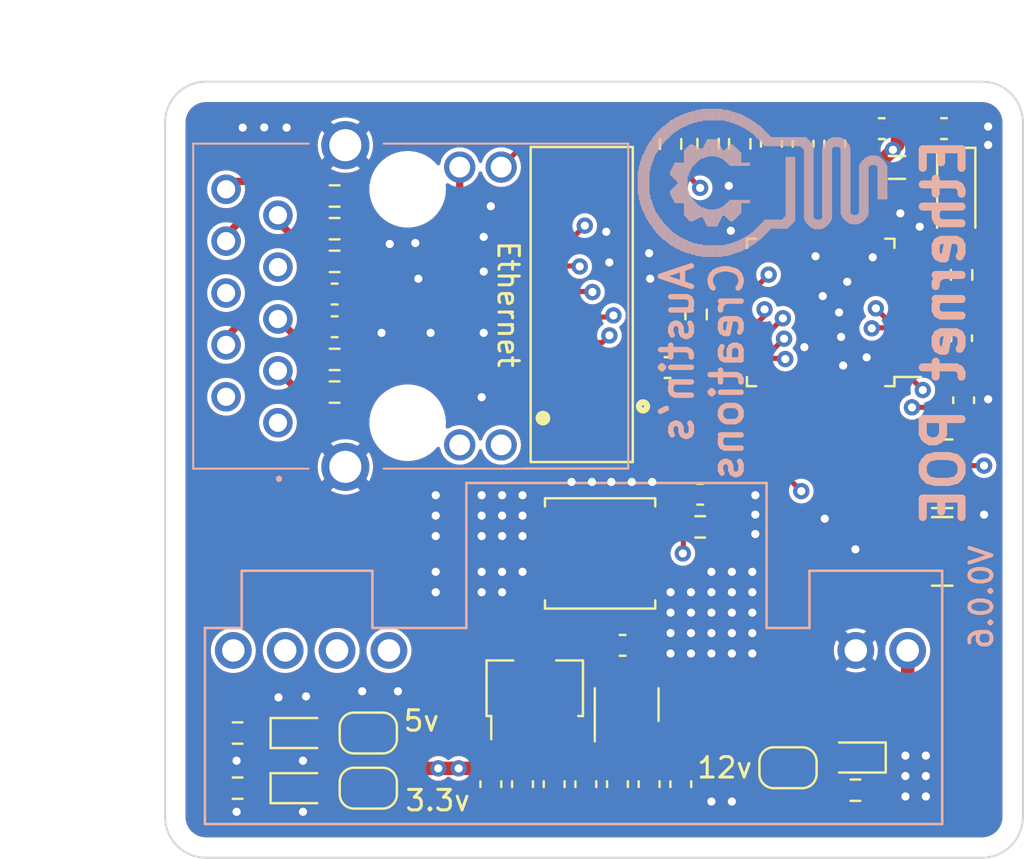
<source format=kicad_pcb>
(kicad_pcb (version 20221018) (generator pcbnew)
  (layers (0 "F.Cu" signal) (1 "In1.Cu" signal) (2 "In2.Cu" signal) (31 "B.Cu" signal) (34 "B.Paste" user) (35 "F.Paste" user) (36 "B.SilkS" user "B.Silkscreen") (37 "F.SilkS" user "F.Silkscreen") (38 "B.Mask" user) (39 "F.Mask" user) (44 "Edge.Cuts" user))
  (net 0 "")
  (net 1 "GND")
  (net 2 "+12V")
  (net 3 "Net-(C2-Pad2)")
  (net 4 "+3.3V")
  (net 5 "+3.3VA")
  (net 6 "Net-(D1-Pad1)")
  (net 7 "Net-(D3-Pad1)")
  (net 8 "+5V")
  (net 9 "Net-(D1-Pad2)")
  (net 10 "Net-(D2-Pad2)")
  (net 11 "Net-(D3-Pad2)")
  (net 13 "IO25_RST")
  (net 14 "IO27_SDO")
  (net 15 "IO26_CS")
  (net 16 "IO32_SCK")
  (net 17 "IO33_SDI")
  (net 18 "Net-(RN1-Pad7)")
  (net 19 "Net-(RN1-Pad8)")
  (net 20 "Net-(RN1-Pad6)")
  (net 21 "Net-(RN1-Pad5)")
  (net 22 "Net-(RN2-Pad1)")
  (net 23 "Net-(RN2-Pad3)")
  (net 24 "Net-(RN2-Pad2)")
  (net 25 "Net-(RN2-Pad4)")
  (net 26 "Net-(R2-Pad1)")
  (net 27 "Net-(R3-Pad2)")
  (net 28 "Net-(R4-Pad2)")
  (net 29 "Net-(R5-Pad2)")
  (net 30 "Net-(R6-Pad1)")
  (net 31 "Net-(R7-Pad2)")
  (net 32 "Net-(R8-Pad1)")
  (net 33 "Net-(R10-Pad1)")
  (net 34 "Net-(R10-Pad2)")
  (net 35 "Net-(D2-Pad1)")
  (net 36 "VA1")
  (net 37 "VA2")
  (net 38 "VB1")
  (net 39 "VB2")
  (net 40 "Net-(C1-Pad2)")
  (net 41 "Net-(C5-Pad2)")
  (net 42 "Net-(C5-Pad1)")
  (net 43 "Net-(C9-Pad2)")
  (net 44 "Net-(C11-Pad2)")
  (net 45 "Net-(C16-Pad2)")
  (net 46 "Net-(C18-Pad2)")
  (net 47 "Net-(R9-Pad2)")
  (net 48 "Net-(R9-Pad1)")
  (footprint "Resistor_SMD:R_0603_1608Metric" (layer "F.Cu") (at 23.55 54.59375)
    (fp_text reference "R14" hide)
    (fp_text value "4.7k" hide)
  )
  (footprint "Resistor_SMD:R_0603_1608Metric" (layer "F.Cu") (at 44.75 23.05 -90)
    (fp_text reference "R10" hide)
    (fp_text value "470R" hide)
  )
  (footprint "LED_SMD:LED_0603_1608Metric" (layer "F.Cu") (at 26.65 54.59375)
    (fp_text reference "D3" hide)
    (fp_text value "red" hide)
  )
  (footprint "Capacitor_SMD:C_0603_1608Metric" (layer "F.Cu") (at 42.4 47.6 180)
    (fp_text reference "C5" hide)
    (fp_text value "100nF" hide)
  )
  (footprint "Capacitor_Tantalum_SMD:CP_EIA-3216-18_Kemet-A" (layer "F.Cu") (at 58.7375 25.55 -90)
    (fp_text reference "C6" hide)
    (fp_text value "10uF 6.3V A TANT" hide)
  )
  (footprint "LED_SMD:LED_0603_1608Metric" (layer "F.Cu") (at 53.8 53.09375 180)
    (fp_text reference "D1" hide)
    (fp_text value "red" hide)
  )
  (footprint "Capacitor_SMD:C_0603_1608Metric" (layer "F.Cu") (at 28.3 30.4 180)
    (fp_text reference "C18" hide)
    (fp_text value "22nF" hide)
  )
  (footprint "Jumper:SolderJumper-2_P1.3mm_Bridged_RoundedPad1.0x1.5mm" (layer "F.Cu") (at 29.95 51.89375)
    (fp_text reference "JP2" hide)
    (fp_text value "5v")
  )
  (footprint "bare-footprints:8 pin jst 1.25 vertical" (layer "F.Cu") (at 40.4 30.9 -90)
    (fp_text reference "J1" hide)
    (fp_text value "Ethernet")
  )
  (footprint "Capacitor_SMD:C_0603_1608Metric" (layer "F.Cu") (at 58.1375 22.3 180)
    (fp_text reference "C10" hide)
    (fp_text value "100nF" hide)
  )
  (footprint "Resistor_SMD:R_0603_1608Metric" (layer "F.Cu") (at 46 31.4 -90)
    (fp_text reference "R1" hide)
    (fp_text value "1M" hide)
  )
  (footprint "Resistor_SMD:R_0603_1608Metric" (layer "F.Cu") (at 46.5875 23.0365 -90)
    (fp_text reference "R9" hide)
    (fp_text value "470R" hide)
  )
  (footprint "LED_SMD:LED_0603_1608Metric" (layer "F.Cu") (at 26.65 51.89375)
    (fp_text reference "D2" hide)
    (fp_text value "red" hide)
  )
  (footprint "Resistor_SMD:R_0603_1608Metric" (layer "F.Cu") (at 28.3 27.2)
    (fp_text reference "R6" hide)
    (fp_text value "49.9R" hide)
  )
  (footprint "Capacitor_SMD:C_0603_1608Metric" (layer "F.Cu") (at 52.7875 23.0365 -90)
    (fp_text reference "C11" hide)
    (fp_text value "4.7uF" hide)
  )
  (footprint "Capacitor_SMD:C_0603_1608Metric" (layer "F.Cu") (at 51.2375 23.0365 -90)
    (fp_text reference "C14" hide)
    (fp_text value "100nF" hide)
  )
  (footprint "Package_TO_SOT_SMD:SOT-89-3" (layer "F.Cu") (at 38.1 50 90)
    (fp_text reference "U3" hide)
    (fp_text value "LM1117-3.3" hide)
  )
  (footprint "Jumper:SolderJumper-2_P1.3mm_Bridged_RoundedPad1.0x1.5mm" (layer "F.Cu") (at 29.95 54.59375)
    (fp_text reference "JP3" hide)
    (fp_text value "3.3v")
  )
  (footprint "Capacitor_SMD:C_0603_1608Metric" (layer "F.Cu") (at 55.0875 22.3)
    (fp_text reference "C4" hide)
    (fp_text value "100nF" hide)
  )
  (footprint "Package_QFP:LQFP-48_7x7mm_P0.5mm" (layer "F.Cu") (at 52.1 31.3 180)
    (fp_text reference "U2" hide)
    (fp_text value "W5500" hide)
  )
  (footprint "Inductor_SMD:L_Sunlord_SWPA5040S" (layer "F.Cu") (at 41.3 43.1 180)
    (fp_text reference "L2" hide)
    (fp_text value "4.7uH 3A" hide)
  )
  (footprint "Capacitor_SMD:C_0603_1608Metric" (layer "F.Cu") (at 28.3 32 180)
    (fp_text reference "C16" hide)
    (fp_text value "10nF" hide)
  )
  (footprint "Resistor_SMD:R_0603_1608Metric" (layer "F.Cu") (at 28.3 33.6 180)
    (fp_text reference "R5" hide)
    (fp_text value "49.9R" hide)
  )
  (footprint "Capacitor_SMD:C_0603_1608Metric" (layer "F.Cu") (at 45.25 54.4 90)
    (fp_text reference "C3" hide)
    (fp_text value "10uF" hide)
  )
  (footprint "Resistor_SMD:R_0603_1608Metric" (layer "F.Cu") (at 59 29.4635 90)
    (fp_text reference "R4" hide)
    (fp_text value "12.4k" hide)
  )
  (footprint "Capacitor_SMD:C_0603_1608Metric" (layer "F.Cu") (at 43.7 54.4 90)
    (fp_text reference "C12" hide)
    (fp_text value "22uF" hide)
  )
  (footprint "Capacitor_SMD:C_0603_1608Metric" (layer "F.Cu") (at 49.6875 23.0365 -90)
    (fp_text reference "C9" hide)
    (fp_text value "10nF" hide)
  )
  (footprint "Capacitor_SMD:C_0603_1608Metric" (layer "F.Cu") (at 42.15 54.4 90)
    (fp_text reference "C8" hide)
    (fp_text value "22uF" hide)
  )
  (footprint "Resistor_SMD:R_Array_Convex_4x0603" (layer "F.Cu") (at 58.05 39.2 180)
    (fp_text reference "RN1" hide)
    (fp_text value "10k" hide)
  )
  (footprint "Inductor_SMD:L_0805_2012Metric" (layer "F.Cu") (at 55.8375 24.2)
    (fp_text reference "L1" hide)
    (fp_text value "1uH 250mA 0805" hide)
  )
  (footprint "Austins creations:25MHz_SMD_Crystal_Resonator" (layer "F.Cu") (at 45.3 37.1 -90)
    (fp_text reference "Y1" hide)
    (fp_text value "25MHz_SMD_Crystal_Resonator" hide)
  )
  (footprint "Resistor_SMD:R_0603_1608Metric" (layer "F.Cu") (at 28.3 28.8)
    (fp_text reference "R11" hide)
    (fp_text value "10R" hide)
  )
  (footprint "Capacitor_SMD:C_0603_1608Metric" (layer "F.Cu") (at 59 32.5635 -90)
    (fp_text reference "C13" hide)
    (fp_text value "100nF" hide)
  )
  (footprint "Capacitor_SMD:C_0603_1608Metric" (layer "F.Cu") (at 39.05 54.4 -90)
    (fp_text reference "C17" hide)
    (fp_text value "100nF" hide)
  )
  (footprint "Capacitor_SMD:C_0603_1608Metric" (layer "F.Cu") (at 35.95 54.4 -90)
    (fp_text reference "C20" hide)
    (fp_text value "100nF" hide)
  )
  (footprint "Resistor_SMD:R_Array_Convex_4x0603" (layer "F.Cu") (at 58.05 43)
    (fp_text reference "RN2" hide)
    (fp_text value "10k" hide)
  )
  (footprint "Jumper:SolderJumper-2_P1.3mm_Bridged_RoundedPad1.0x1.5mm" (layer "F.Cu") (at 50.5 53.59375 180)
    (fp_text reference "JP1" hide)
    (fp_text value "12v")
  )
  (footprint "Capacitor_SMD:C_0603_1608Metric" (layer "F.Cu") (at 37.5 54.4 90)
    (fp_text reference "C19" hide)
    (fp_text value "10uF" hide)
  )
  (footprint "Resistor_SMD:R_0603_1608Metric" (layer "F.Cu") (at 28.3 25.6)
    (fp_text reference "R8" hide)
    (fp_text value "49.9R" hide)
  )
  (footprint "Capacitor_SMD:C_0603_1608Metric" (layer "F.Cu") (at 59.1 35.6 90)
    (fp_text reference "C7" hide)
    (fp_text value "10nF" hide)
  )
  (footprint "Capacitor_SMD:C_0603_1608Metric" (layer "F.Cu") (at 46.2 40.2)
    (fp_text reference "C2" hide)
    (fp_text value "20pF" hide)
  )
  (footprint "Resistor_SMD:R_0603_1608Metric" (layer "F.Cu") (at 46.2 41.8 180)
    (fp_text reference "R2" hide)
    (fp_text value "10k" hide)
  )
  (footprint "Resistor_SMD:R_0603_1608Metric" (layer "F.Cu") (at 53.8 54.69375 180)
    (fp_text reference "R12" hide)
    (fp_text value "10k" hide)
  )
  (footprint "Capacitor_SMD:C_0603_1608Metric" (layer "F.Cu") (at 44.6 34 180)
    (fp_text reference "C1" hide)
    (fp_text value "20pF" hide)
  )
  (footprint "Resistor_SMD:R_0603_1608Metric" (layer "F.Cu") (at 23.55 51.89375)
    (fp_text reference "R13" hide)
    (fp_text value "4.7k" hide)
  )
  (footprint "Resistor_SMD:R_0603_1608Metric" (layer "F.Cu") (at 48.1375 23.05 -90)
    (fp_text reference "R3" hide)
    (fp_text value "10k" hide)
  )
  (footprint "Package_TO_SOT_SMD:TSOT-23-6" (layer "F.Cu") (at 42.6 50.5 90)
    (fp_text reference "U1" hide)
    (fp_text value "AP63205WU" hide)
  )
  (footprint "Resistor_SMD:R_0603_1608Metric" (layer "F.Cu") (at 28.3 35.2 180)
    (fp_text reference "R7" hide)
    (fp_text value "49.9R" hide)
  )
  (footprint "Capacitor_SMD:C_0603_1608Metric" (layer "F.Cu") (at 40.6 54.4 90)
    (fp_text reference "C15" hide)
    (fp_text value "10uF" hide)
  )
  (footprint "Austins creations:ARJM11D7114ABEW2" (layer "B.Cu") (at 32 31 -90)
    (fp_text reference "RJ45-1" hide)
    (fp_text value "ARJM11D7114ABEW2" hide)
  )
  (footprint "Austins creations:DP1435" (layer "B.Cu") (at 40 48)
    (fp_text reference "POE1" hide)
    (fp_text value "DP1435" hide)
  )
  (footprint "logos:Creations logo med" (layer "B.Cu") (at 46.8 25 -90)
    (fp_text reference "LOGO1" hide)
    (fp_text value "Creations_logo_med" hide)
  )
  (gr_arc (start 20 22) (mid 20.585786 20.585786) (end 22 20) (stroke (width 0.1)) (layer "Edge.Cuts"))
  (gr_arc (start 22 58) (mid 20.585786 57.414214) (end 20 56) (stroke (width 0.1)) (layer "Edge.Cuts"))
  (gr_line (start 20 22) (end 20 56) (stroke (width 0.1)) (layer "Edge.Cuts"))
  (gr_arc (start 60 20) (mid 61.414214 20.585786) (end 62 22) (stroke (width 0.1)) (layer "Edge.Cuts"))
  (gr_line (start 22 58) (end 60 58) (stroke (width 0.1)) (layer "Edge.Cuts"))
  (gr_line (start 60 20) (end 22 20) (stroke (width 0.1)) (layer "Edge.Cuts"))
  (gr_line (start 62 56) (end 62 22) (stroke (width 0.1)) (layer "Edge.Cuts"))
  (gr_arc (start 62 56) (mid 61.414214 57.414214) (end 60 58) (stroke (width 0.1)) (layer "Edge.Cuts"))
  (gr_text "Austin's\nCreations" (at 48.4 28.7 90) (layer "B.SilkS") (effects (font (size 1.5113 1.5113) (thickness 0.2667)) (justify left bottom mirror)))
  (gr_text "V0.0.6" (at 60.6 42.6 90) (layer "B.SilkS") (effects (font (size 1.0795 1.0795) (thickness 0.1905)) (justify left bottom mirror)))
  (gr_text "Ethernet POE" (at 59.25 22.6 90) (layer "B.SilkS") (effects (font (size 1.9 1.9) (thickness 0.395)) (justify left bottom mirror)))
  (via (at 29.65 49.85) (size 0.8) (drill 0.4) (layers "F.Cu" "B.Cu") (net 1))
  (via (at 43.85 39.6) (size 0.8) (drill 0.4) (layers "F.Cu" "B.Cu") (net 1))
  (via (at 60.3 35.55) (size 0.8) (drill 0.4) (layers "F.Cu" "B.Cu") (net 1))
  (via (at 44.75 47) (size 0.8) (drill 0.4) (layers "F.Cu" "B.Cu") (net 1))
  (via (at 56.25 55) (size 0.8) (drill 0.4) (layers "F.Cu" "B.Cu") (net 1))
  (via (at 46.75 48) (size 0.8) (drill 0.4) (layers "F.Cu" "B.Cu") (net 1))
  (via (at 56.25 54) (size 0.8) (drill 0.4) (layers "F.Cu" "B.Cu") (net 1))
  (via (at 53.8 42.9) (size 0.8) (drill 0.4) (layers "F.Cu" "B.Cu") (net 1))
  (via (at 47.75 48) (size 0.8) (drill 0.4) (layers "F.Cu" "B.Cu") (net 1))
  (via (at 43.7 28.4) (size 0.8) (drill 0.4) (layers "F.Cu" "B.Cu") (net 1))
  (via (at 35.5 40.25) (size 0.8) (drill 0.4) (layers "F.Cu" "B.Cu") (net 1))
  (via (at 31.4 49.85) (size 0.8) (drill 0.4) (layers "F.Cu" "B.Cu") (net 1))
  (via (at 48.75 47) (size 0.8) (drill 0.4) (layers "F.Cu" "B.Cu") (net 1))
  (via (at 23.8 22.25) (size 0.8) (drill 0.4) (layers "F.Cu" "B.Cu") (net 1))
  (via (at 37.5 44) (size 0.8) (drill 0.4) (layers "F.Cu" "B.Cu") (net 1))
  (via (at 60.3 22.2) (size 0.8) (drill 0.4) (layers "F.Cu" "B.Cu") (net 1))
  (via (at 45.75 45) (size 0.8) (drill 0.4) (layers "F.Cu" "B.Cu") (net 1))
  (via (at 31 27.95) (size 0.8) (drill 0.4) (layers "F.Cu" "B.Cu") (net 1))
  (via (at 37.5 41.25) (size 0.8) (drill 0.4) (layers "F.Cu" "B.Cu") (net 1))
  (via (at 36.5 40.25) (size 0.8) (drill 0.4) (layers "F.Cu" "B.Cu") (net 1))
  (via (at 56.25 53) (size 0.8) (drill 0.4) (layers "F.Cu" "B.Cu") (net 1))
  (via (at 23.5 55.75) (size 0.8) (drill 0.4) (layers "F.Cu" "B.Cu") (net 1))
  (via (at 41.6 27.35) (size 0.8) (drill 0.4) (layers "F.Cu" "B.Cu") (net 1))
  (via (at 26.75 53.25) (size 0.8) (drill 0.4) (layers "F.Cu" "B.Cu") (net 1))
  (via (at 46.75 47) (size 0.8) (drill 0.4) (layers "F.Cu" "B.Cu") (net 1))
  (via (at 40.9 39.6) (size 0.8) (drill 0.4) (layers "F.Cu" "B.Cu") (net 1))
  (via (at 48.75 44) (size 0.8) (drill 0.4) (layers "F.Cu" "B.Cu") (net 1))
  (via (at 60.3 23.1) (size 0.8) (drill 0.4) (layers "F.Cu" "B.Cu") (net 1))
  (via (at 48.75 48) (size 0.8) (drill 0.4) (layers "F.Cu" "B.Cu") (net 1))
  (via (at 25.95 22.25) (size 0.8) (drill 0.4) (layers "F.Cu" "B.Cu") (net 1))
  (via (at 46.75 45) (size 0.8) (drill 0.4) (layers "F.Cu" "B.Cu") (net 1))
  (via (at 35.6 29.3) (size 0.8) (drill 0.4) (layers "F.Cu" "B.Cu") (net 1))
  (via (at 57.25 55) (size 0.8) (drill 0.4) (layers "F.Cu" "B.Cu") (net 1))
  (via (at 54.65 28.6) (size 0.8) (drill 0.4) (layers "F.Cu" "B.Cu") (net 1))
  (via (at 32.4 29.65) (size 0.8) (drill 0.4) (layers "F.Cu" "B.Cu") (net 1))
  (via (at 44.75 46) (size 0.8) (drill 0.4) (layers "F.Cu" "B.Cu") (net 1))
  (via (at 57.25 54) (size 0.8) (drill 0.4) (layers "F.Cu" "B.Cu") (net 1))
  (via (at 41.85 39.6) (size 0.8) (drill 0.4) (layers "F.Cu" "B.Cu") (net 1))
  (via (at 35.5 41.25) (size 0.8) (drill 0.4) (layers "F.Cu" "B.Cu") (net 1))
  (via (at 35.5 42.25) (size 0.8) (drill 0.4) (layers "F.Cu" "B.Cu") (net 1))
  (via (at 43.75 29.65) (size 0.8) (drill 0.4) (layers "F.Cu" "B.Cu") (net 1))
  (via (at 35.6 27.6) (size 0.8) (drill 0.4) (layers "F.Cu" "B.Cu") (net 1))
  (via (at 35.5 44) (size 0.8) (drill 0.4) (layers "F.Cu" "B.Cu") (net 1))
  (via (at 52.3 41.4) (size 0.8) (drill 0.4) (layers "F.Cu" "B.Cu") (net 1))
  (via (at 33.25 44) (size 0.8) (drill 0.4) (layers "F.Cu" "B.Cu") (net 1))
  (via (at 36.5 45) (size 0.8) (drill 0.4) (layers "F.Cu" "B.Cu") (net 1))
  (via (at 47.75 47) (size 0.8) (drill 0.4) (layers "F.Cu" "B.Cu") (net 1))
  (via (at 33.25 41.25) (size 0.8) (drill 0.4) (layers "F.Cu" "B.Cu") (net 1))
  (via (at 46.75 44) (size 0.8) (drill 0.4) (layers "F.Cu" "B.Cu") (net 1))
  (via (at 53 31.3) (size 0.8) (drill 0.4) (layers "F.Cu" "B.Cu") (net 1))
  (via (at 53.4 29.8) (size 0.8) (drill 0.4) (layers "F.Cu" "B.Cu") (net 1))
  (via (at 47.75 55.25) (size 0.8) (drill 0.4) (layers "F.Cu" "B.Cu") (net 1))
  (via (at 51.3 33) (size 0.8) (drill 0.4) (layers "F.Cu" "B.Cu") (net 1))
  (via (at 23.5 53.25) (size 0.8) (drill 0.4) (layers "F.Cu" "B.Cu") (net 1))
  (via (at 48.9 41.2) (size 0.8) (drill 0.4) (layers "F.Cu" "B.Cu") (net 1))
  (via (at 57.25 53) (size 0.8) (drill 0.4) (layers "F.Cu" "B.Cu") (net 1))
  (via (at 33.25 40.25) (size 0.8) (drill 0.4) (layers "F.Cu" "B.Cu") (net 1))
  (via (at 60.1 41.2) (size 0.8) (drill 0.4) (layers "F.Cu" "B.Cu") (net 1))
  (via (at 56 26.45) (size 0.8) (drill 0.4) (layers "F.Cu" "B.Cu") (net 1))
  (via (at 48.9 42.15) (size 0.8) (drill 0.4) (layers "F.Cu" "B.Cu") (net 1))
  (via (at 25.55 50.15) (size 0.8) (drill 0.4) (layers "F.Cu" "B.Cu") (net 1))
  (via (at 47.75 44) (size 0.8) (drill 0.4) (layers "F.Cu" "B.Cu") (net 1))
  (via (at 39.9 39.6) (size 0.8) (drill 0.4) (layers "F.Cu" "B.Cu") (net 1))
  (via (at 37.5 42.25) (size 0.8) (drill 0.4) (layers "F.Cu" "B.Cu") (net 1))
  (via (at 48.75 46) (size 0.8) (drill 0.4) (layers "F.Cu" "B.Cu") (net 1))
  (via (at 54.35 33.5) (size 0.8) (drill 0.4) (layers "F.Cu" "B.Cu") (net 1))
  (via (at 44.75 48) (size 0.8) (drill 0.4) (layers "F.Cu" "B.Cu") (net 1))
  (via (at 30.6 32.3) (size 0.8) (drill 0.4) (layers "F.Cu" "B.Cu") (net 1))
  (via (at 53.1 32.5) (size 0.8) (drill 0.4) (layers "F.Cu" "B.Cu") (net 1))
  (via (at 48.9 40.25) (size 0.8) (drill 0.4) (layers "F.Cu" "B.Cu") (net 1))
  (via (at 47.6011 25.1) (size 0.8) (drill 0.4) (layers "F.Cu" "B.Cu") (net 1))
  (via (at 46.75 55.25) (size 0.8) (drill 0.4) (layers "F.Cu" "B.Cu") (net 1))
  (via (at 47.75 46) (size 0.8) (drill 0.4) (layers "F.Cu" "B.Cu") (net 1))
  (via (at 35.5 45) (size 0.8) (drill 0.4) (layers "F.Cu" "B.Cu") (net 1))
  (via (at 36.5 44) (size 0.8) (drill 0.4) (layers "F.Cu" "B.Cu") (net 1))
  (via (at 47.7 27.3) (size 0.8) (drill 0.4) (layers "F.Cu" "B.Cu") (net 1))
  (via (at 46.75 46) (size 0.8) (drill 0.4) (layers "F.Cu" "B.Cu") (net 1))
  (via (at 26.75 55.75) (size 0.8) (drill 0.4) (layers "F.Cu" "B.Cu") (net 1))
  (via (at 51.85 28.55) (size 0.8) (drill 0.4) (layers "F.Cu" "B.Cu") (net 1))
  (via (at 45.75 46) (size 0.8) (drill 0.4) (layers "F.Cu" "B.Cu") (net 1))
  (via (at 45.75 47) (size 0.8) (drill 0.4) (layers "F.Cu" "B.Cu") (net 1))
  (via (at 35.5 35.45) (size 0.8) (drill 0.4) (layers "F.Cu" "B.Cu") (net 1))
  (via (at 48.75 45) (size 0.8) (drill 0.4) (layers "F.Cu" "B.Cu") (net 1))
  (via (at 36.5 41.25) (size 0.8) (drill 0.4) (layers "F.Cu" "B.Cu") (net 1))
  (via (at 42.85 39.6) (size 0.8) (drill 0.4) (layers "F.Cu" "B.Cu") (net 1))
  (via (at 47.75 45) (size 0.8) (drill 0.4) (layers "F.Cu" "B.Cu") (net 1))
  (via (at 45.75 48) (size 0.8) (drill 0.4) (layers "F.Cu" "B.Cu") (net 1))
  (via (at 41.75 28.85) (size 0.8) (drill 0.4) (layers "F.Cu" "B.Cu") (net 1))
  (via (at 33.25 42.25) (size 0.8) (drill 0.4) (layers "F.Cu" "B.Cu") (net 1))
  (via (at 37.5 40.25) (size 0.8) (drill 0.4) (layers "F.Cu" "B.Cu") (net 1))
  (via (at 44.75 45) (size 0.8) (drill 0.4) (layers "F.Cu" "B.Cu") (net 1))
  (via (at 32.25 27.9) (size 0.8) (drill 0.4) (layers "F.Cu" "B.Cu") (net 1))
  (via (at 52.2 30.5) (size 0.8) (drill 0.4) (layers "F.Cu" "B.Cu") (net 1))
  (via (at 53.2 33.9) (size 0.8) (drill 0.4) (layers "F.Cu" "B.Cu") (net 1))
  (via (at 56.95 27.1) (size 0.8) (drill 0.4) (layers "F.Cu" "B.Cu") (net 1))
  (via (at 35.6 32.3) (size 0.8) (drill 0.4) (layers "F.Cu" "B.Cu") (net 1))
  (via (at 35.95 26.1) (size 0.8) (drill 0.4) (layers "F.Cu" "B.Cu") (net 1))
  (via (at 24.853231 22.239921) (size 0.8) (drill 0.4) (layers "F.Cu" "B.Cu") (net 1))
  (via (at 33.25 45) (size 0.8) (drill 0.4) (layers "F.Cu" "B.Cu") (net 1))
  (via (at 26.9 50.1) (size 0.8) (drill 0.4) (layers "F.Cu" "B.Cu") (net 1))
  (via (at 33 32.3) (size 0.8) (drill 0.4) (layers "F.Cu" "B.Cu") (net 1))
  (via (at 36.5 42.25) (size 0.8) (drill 0.4) (layers "F.Cu" "B.Cu") (net 1))
  (segment (start 56.36 49.64) (end 56.36 47.85) (width 0.6604) (layer "F.Cu") (net 2))
  (segment (start 49.81875 53.625) (end 49.85 53.59375) (width 0.6604) (layer "F.Cu") (net 2))
  (segment (start 55 51) (end 56.36 49.64) (width 0.6604) (layer "F.Cu") (net 2))
  (segment (start 42.6 51.6375) (end 43.55 51.6375) (width 0.6604) (layer "F.Cu") (net 2))
  (segment (start 43.55 51.6375) (end 43.55 51.925) (width 0.6604) (layer "F.Cu") (net 2))
  (segment (start 51 51) (end 55 51) (width 0.6604) (layer "F.Cu") (net 2))
  (segment (start 49.85 53.59375) (end 49.85 52.15) (width 0.6604) (layer "F.Cu") (net 2))
  (segment (start 43.55 51.925) (end 45.25 53.625) (width 0.6604) (layer "F.Cu") (net 2))
  (segment (start 49.85 52.15) (end 51 51) (width 0.6604) (layer "F.Cu") (net 2))
  (segment (start 45.25 53.625) (end 49.81875 53.625) (width 0.6604) (layer "F.Cu") (net 2))
  (segment (start 47.3 37.4) (end 47.3 35) (width 0.25) (layer "F.Cu") (net 3))
  (segment (start 46.975 39.05) (end 46.175 38.25) (width 0.25) (layer "F.Cu") (net 3))
  (segment (start 47.9375 31.55) (end 46.675 31.55) (width 0.25) (layer "F.Cu") (net 3))
  (segment (start 46.45 38.25) (end 47.3 37.4) (width 0.25) (layer "F.Cu") (net 3))
  (segment (start 46.175 38.25) (end 46.45 38.25) (width 0.25) (layer "F.Cu") (net 3))
  (segment (start 46.6 32.825) (end 46 32.225) (width 0.25) (layer "F.Cu") (net 3))
  (segment (start 47.3 35) (end 46.6 34.3) (width 0.25) (layer "F.Cu") (net 3))
  (segment (start 46.975 40.2) (end 46.975 39.05) (width 0.25) (layer "F.Cu") (net 3))
  (segment (start 46.6 34.3) (end 46.6 32.825) (width 0.25) (layer "F.Cu") (net 3))
  (segment (start 46.675 31.55) (end 46 32.225) (width 0.25) (layer "F.Cu") (net 3))
  (segment (start 47.9375 30.05) (end 48.95 30.05) (width 0.25) (layer "F.Cu") (net 4))
  (segment (start 35.95 53.625) (end 37.5 53.625) (width 0.6604) (layer "F.Cu") (net 4))
  (segment (start 48.95 30.05) (end 49.55 29.45) (width 0.25) (layer "F.Cu") (net 4))
  (segment (start 38.1 51.5625) (end 38.1 53.025) (width 0.6604) (layer "F.Cu") (net 4))
  (segment (start 55.8625 23.1125) (end 55.8625 22.3) (width 0.6604) (layer "F.Cu") (net 4))
  (segment (start 54.775 24.2) (end 55.6375 23.3375) (width 0.6604) (layer "F.Cu") (net 4))
  (segment (start 55.6375 23.3375) (end 55.8625 23.1125) (width 0.6604) (layer "F.Cu") (net 4))
  (segment (start 29.125 28.8) (end 32.8 28.8) (width 0.3556) (layer "F.Cu") (net 4))
  (segment (start 38.1 53.025) (end 37.5 53.625) (width 0.6604) (layer "F.Cu") (net 4))
  (segment (start 32.8 28.8) (end 34.425 27.175) (width 0.3556) (layer "F.Cu") (net 4))
  (segment (start 45.35 43.1) (end 45.375 43.075) (width 0.25) (layer "F.Cu") (net 4))
  (segment (start 45.375 43.075) (end 45.375 41.8) (width 0.25) (layer "F.Cu") (net 4))
  (segment (start 58.95 38.8) (end 58.95 39.6) (width 0.25) (layer "F.Cu") (net 4))
  (segment (start 34.375 53.625) (end 33.375 53.625) (width 0.6604) (layer "F.Cu") (net 4))
  (segment (start 33.375 53.625) (end 31.56875 53.625) (width 0.6604) (layer "F.Cu") (net 4))
  (segment (start 34.425 27.175) (end 34.425 24.185) (width 0.3556) (layer "F.Cu") (net 4))
  (segment (start 58.95 38) (end 58.95 38.8) (width 0.25) (layer "F.Cu") (net 4))
  (segment (start 35.95 53.625) (end 34.375 53.625) (width 0.6604) (layer "F.Cu") (net 4))
  (segment (start 29.125 25.6) (end 29.125 28.8) (width 0.3556) (layer "F.Cu") (net 4))
  (segment (start 58.95 38.8) (end 60.1 38.8) (width 0.25) (layer "F.Cu") (net 4))
  (segment (start 31.56875 53.625) (end 30.6 54.59375) (width 0.6604) (layer "F.Cu") (net 4))
  (via (at 55.6375 23.3375) (size 0.8) (drill 0.4) (layers "F.Cu" "B.Cu") (net 4))
  (via (at 60.1 38.8) (size 0.8) (drill 0.4) (layers "F.Cu" "B.Cu") (net 4))
  (via (at 34.375 53.625) (size 0.8) (drill 0.4) (layers "F.Cu" "B.Cu") (net 4))
  (via (at 33.375 53.625) (size 0.8) (drill 0.4) (layers "F.Cu" "B.Cu") (net 4))
  (via (at 45.35 43.1) (size 0.8) (drill 0.4) (layers "F.Cu" "B.Cu") (net 4))
  (via (at 49.55 29.45) (size 0.8) (drill 0.4) (layers "F.Cu" "B.Cu") (net 4))
  (segment (start 53.35 25.75) (end 52.85 26.25) (width 0.254) (layer "F.Cu") (net 5))
  (segment (start 55.027443 29.4) (end 54.25 29.4) (width 0.254) (layer "F.Cu") (net 5))
  (segment (start 56.9 24.6375) (end 56.1875 25.35) (width 0.6604) (layer "F.Cu") (net 5))
  (segment (start 57.3625 22.3) (end 57.3625 23.7375) (width 0.6604) (layer "F.Cu") (net 5))
  (segment (start 50.85 28.8) (end 50.85 27.1375) (width 0.254) (layer "F.Cu") (net 5))
  (segment (start 55.377443 29.05) (end 55.027443 29.4) (width 0.254) (layer "F.Cu") (net 5))
  (segment (start 50.85 27.1375) (end 50.85 24.199) (width 0.254) (layer "F.Cu") (net 5))
  (segment (start 54.25 29.4) (end 53.85 29) (width 0.254) (layer "F.Cu") (net 5))
  (segment (start 56.1875 25.35) (end 53.75 25.35) (width 0.6604) (layer "F.Cu") (net 5))
  (segment (start 56.2625 30.55) (end 57.30944 30.55) (width 0.254) (layer "F.Cu") (net 5))
  (segment (start 58.4385 33.3385) (end 57.75 32.65) (width 0.4064) (layer "F.Cu") (net 5))
  (segment (start 53.35 25.75) (end 53.85 26.25) (width 0.254) (layer "F.Cu") (net 5))
  (segment (start 52.85 26.25) (end 52.85 27.1375) (width 0.254) (layer "F.Cu") (net 5))
  (segment (start 60.3 25.3) (end 59.2 24.2) (width 0.4064) (layer "F.Cu") (net 5))
  (segment (start 57.52972 32.42972) (end 57.52972 30.77028) (width 0.4064) (layer "F.Cu") (net 5))
  (segment (start 59 33.3385) (end 59.7615 33.3385) (width 0.4064) (layer "F.Cu") (net 5))
  (segment (start 59.7615 33.3385) (end 60.3 32.8) (width 0.4064) (layer "F.Cu") (net 5))
  (segment (start 59.2 24.2) (end 58.7375 24.2) (width 0.4064) (layer "F.Cu") (net 5))
  (segment (start 59 33.3385) (end 59 34.725) (width 0.4064) (layer "F.Cu") (net 5))
  (segment (start 57.75 32.65) (end 57.52972 32.42972) (width 0.4064) (layer "F.Cu") (net 5))
  (segment (start 56.9 24.2) (end 56.9 24.6375) (width 0.6604) (layer "F.Cu") (net 5))
  (segment (start 56.9 24.2) (end 58.7375 24.2) (width 0.6604) (layer "F.Cu") (net 5))
  (segment (start 52.85 28.65) (end 52.15 29.35) (width 0.254) (layer "F.Cu") (net 5))
  (segment (start 59 34.725) (end 59.1 34.825) (width 0.4064) (layer "F.Cu") (net 5))
  (segment (start 60.3 32.8) (end 60.3 25.3) (width 0.4064) (layer "F.Cu") (net 5))
  (segment (start 51.4 29.35) (end 50.85 28.8) (width 0.254) (layer "F.Cu") (net 5))
  (segment (start 53.85 26.25) (end 53.85 27.1375) (width 0.254) (layer "F.Cu") (net 5))
  (segment (start 53.75 25.35) (end 53.35 25.75) (width 0.6604) (layer "F.Cu") (net 5))
  (segment (start 53.85 29) (end 53.85 27.1375) (width 0.254) (layer "F.Cu") (net 5))
  (segment (start 52.15 29.35) (end 51.4 29.35) (width 0.254) (layer "F.Cu") (net 5))
  (segment (start 57.30944 30.55) (end 57.52972 30.77028) (width 0.254) (layer "F.Cu") (net 5))
  (segment (start 57.40944 32.55) (end 57.52972 32.42972) (width 0.254) (layer "F.Cu") (net 5))
  (segment (start 57.3625 23.7375) (end 56.9 24.2) (width 0.6604) (layer "F.Cu") (net 5))
  (segment (start 56.2625 29.05) (end 55.377443 29.05) (width 0.254) (layer "F.Cu") (net 5))
  (segment (start 52.85 27.1375) (end 52.85 28.65) (width 0.254) (layer "F.Cu") (net 5))
  (segment (start 56.2625 32.55) (end 57.40944 32.55) (width 0.254) (layer "F.Cu") (net 5))
  (segment (start 50.85 24.199) (end 51.2375 23.8115) (width 0.254) (layer "F.Cu") (net 5))
  (segment (start 59 33.3385) (end 58.4385 33.3385) (width 0.4064) (layer "F.Cu") (net 5))
  (segment (start 54.5875 54.65625) (end 54.625 54.69375) (width 0.508) (layer "F.Cu") (net 6))
  (segment (start 54.5875 53.09375) (end 54.5875 54.65625) (width 0.508) (layer "F.Cu") (net 6))
  (segment (start 24.375 54.59375) (end 25.8625 54.59375) (width 0.508) (layer "F.Cu") (net 7))
  (segment (start 40.6 53.625) (end 40.6 51.675) (width 0.6604) (layer "F.Cu") (net 8))
  (segment (start 42.15 53.625) (end 40.6 53.625) (width 0.6604) (layer "F.Cu") (net 8))
  (segment (start 40.15 51.225) (end 40.6 51.675) (width 0.6604) (layer "F.Cu") (net 8))
  (segment (start 40.6 51.675) (end 40.5625 51.6375) (width 0.6604) (layer "F.Cu") (net 8))
  (segment (start 35.2 50) (end 33.30625 51.89375) (width 0.508) (layer "F.Cu") (net 8))
  (segment (start 41.65 51.6375) (end 40.5625 51.6375) (width 0.6604) (layer "F.Cu") (net 8))
  (segment (start 35.2 47.85) (end 35.2 50) (width 0.508) (layer "F.Cu") (net 8))
  (segment (start 39.45 43.1) (end 40.15 43.8) (width 0.6604) (layer "F.Cu") (net 8))
  (segment (start 39.45 43.6) (end 35.2 47.85) (width 0.508) (layer "F.Cu") (net 8))
  (segment (start 40.5625 51.6375) (end 39.6125 51.6375) (width 0.6604) (layer "F.Cu") (net 8))
  (segment (start 40.15 43.8) (end 40.15 51.225) (width 0.6604) (layer "F.Cu") (net 8))
  (segment (start 39.45 43.1) (end 38.8 42.45) (width 0.8128) (layer "F.Cu") (net 8))
  (segment (start 38.8 42.45) (end 38.8 35.275) (width 0.8128) (layer "F.Cu") (net 8))
  (segment (start 39.05 53.625) (end 40.6 53.625) (width 0.6604) (layer "F.Cu") (net 8))
  (segment (start 33.30625 51.89375) (end 30.6 51.89375) (width 0.508) (layer "F.Cu") (net 8))
  (segment (start 43.7 53.625) (end 42.15 53.625) (width 0.6604) (layer "F.Cu") (net 8))
  (segment (start 39.6125 51.6375) (end 39.6 51.65) (width 0.6604) (layer "F.Cu") (net 8))
  (segment (start 39.45 43.1) (end 39.45 43.6) (width 0.508) (layer "F.Cu") (net 8))
  (segment (start 51.64375 53.1) (end 53.00625 53.1) (width 0.508) (layer "F.Cu") (net 9))
  (segment (start 51.15 53.59375) (end 51.64375 53.1) (width 0.508) (layer "F.Cu") (net 9))
  (segment (start 53.00625 53.1) (end 53.0125 53.09375) (width 0.508) (layer "F.Cu") (net 9))
  (segment (start 27.4375 51.89375) (end 29.3 51.89375) (width 0.508) (layer "F.Cu") (net 10))
  (segment (start 27.4375 54.59375) (end 29.3 54.59375) (width 0.508) (layer "F.Cu") (net 11))
  (segment (start 51.15 40.05) (end 49.4 38.3) (width 0.25) (layer "F.Cu") (net 13))
  (segment (start 49.35 36.283363) (end 49.35 35.4625) (width 0.25) (layer "F.Cu") (net 13))
  (segment (start 49.4 36.333363) (end 49.35 36.283363) (width 0.25) (layer "F.Cu") (net 13))
  (segment (start 49.4 38.3) (end 49.4 36.333363) (width 0.25) (layer "F.Cu") (net 13))
  (segment (start 40.55 27.05) (end 39.825 27.775) (width 0.25) (layer "F.Cu") (net 13))
  (segment (start 39.825 27.775) (end 38.8 27.775) (width 0.25) (layer "F.Cu") (net 13))
  (via (at 40.55 27.05) (size 0.8) (drill 0.4) (layers "F.Cu" "B.Cu") (net 13))
  (via (at 51.15 40.05) (size 0.8) (drill 0.4) (layers "F.Cu" "B.Cu") (net 13))
  (segment (start 49.84152 33.05) (end 47.9375 33.05) (width 0.25) (layer "F.Cu") (net 14))
  (segment (start 40.9245 30.3) (end 40.8995 30.275) (width 0.25) (layer "F.Cu") (net 14))
  (segment (start 40.8995 30.275) (end 38.8 30.275) (width 0.25) (layer "F.Cu") (net 14))
  (segment (start 50.306906 32.584614) (end 49.84152 33.05) (width 0.25) (layer "F.Cu") (net 14))
  (via (at 50.306906 32.584614) (size 0.8) (drill 0.4) (layers "F.Cu" "B.Cu") (net 14))
  (via (at 40.9245 30.3) (size 0.8) (drill 0.4) (layers "F.Cu" "B.Cu") (net 14))
  (segment (start 49.35 31.15) (end 49.35 31.458363) (width 0.25) (layer "F.Cu") (net 15))
  (segment (start 48.758363 32.05) (end 47.9375 32.05) (width 0.25) (layer "F.Cu") (net 15))
  (segment (start 38.8 32.775) (end 41.405997 32.775) (width 0.25) (layer "F.Cu") (net 15))
  (segment (start 41.405997 32.775) (end 41.755497 32.4255) (width 0.25) (layer "F.Cu") (net 15))
  (segment (start 49.35 31.458363) (end 48.758363 32.05) (width 0.25) (layer "F.Cu") (net 15))
  (via (at 41.755497 32.4255) (size 0.8) (drill 0.4) (layers "F.Cu" "B.Cu") (net 15))
  (via (at 49.35 31.15) (size 0.8) (drill 0.4) (layers "F.Cu" "B.Cu") (net 15))
  (segment (start 41.871231 31.525) (end 38.8 31.525) (width 0.25) (layer "F.Cu") (net 16))
  (segment (start 50.249011 31.586789) (end 49.2858 32.55) (width 0.25) (layer "F.Cu") (net 16))
  (segment (start 41.950939 31.445292) (end 41.871231 31.525) (width 0.25) (layer "F.Cu") (net 16))
  (segment (start 49.2858 32.55) (end 47.9375 32.55) (width 0.25) (layer "F.Cu") (net 16))
  (via (at 41.950939 31.445292) (size 0.8) (drill 0.4) (layers "F.Cu" "B.Cu") (net 16))
  (via (at 50.249011 31.586789) (size 0.8) (drill 0.4) (layers "F.Cu" "B.Cu") (net 16))
  (segment (start 40.3 29.05) (end 40.275 29.025) (width 0.25) (layer "F.Cu") (net 17))
  (segment (start 50.366278 33.582352) (end 50.333926 33.55) (width 0.25) (layer "F.Cu") (net 17))
  (segment (start 40.275 29.025) (end 38.8 29.025) (width 0.25) (layer "F.Cu") (net 17))
  (segment (start 50.333926 33.55) (end 47.9375 33.55) (width 0.25) (layer "F.Cu") (net 17))
  (via (at 50.366278 33.582352) (size 0.8) (drill 0.4) (layers "F.Cu" "B.Cu") (net 17))
  (via (at 40.3 29.05) (size 0.8) (drill 0.4) (layers "F.Cu" "B.Cu") (net 17))
  (segment (start 52.35 35.4625) (end 52.35 36.556155) (width 0.25) (layer "F.Cu") (net 18))
  (segment (start 55.393845 39.6) (end 57.15 39.6) (width 0.25) (layer "F.Cu") (net 18))
  (segment (start 52.35 36.556155) (end 55.393845 39.6) (width 0.25) (layer "F.Cu") (net 18))
  (segment (start 51.85 35.4625) (end 51.85 36.692551) (width 0.25) (layer "F.Cu") (net 19))
  (segment (start 51.85 36.692551) (end 55.557449 40.4) (width 0.25) (layer "F.Cu") (net 19))
  (segment (start 55.557449 40.4) (end 57.15 40.4) (width 0.25) (layer "F.Cu") (net 19))
  (segment (start 55.230241 38.8) (end 57.15 38.8) (width 0.25) (layer "F.Cu") (net 20))
  (segment (start 52.85 36.419759) (end 55.230241 38.8) (width 0.25) (layer "F.Cu") (net 20))
  (segment (start 52.85 35.4625) (end 52.85 36.419759) (width 0.25) (layer "F.Cu") (net 20))
  (segment (start 53.35 35.4625) (end 53.35 36.283363) (width 0.25) (layer "F.Cu") (net 21))
  (segment (start 55.066637 38) (end 57.15 38) (width 0.25) (layer "F.Cu") (net 21))
  (segment (start 53.35 36.283363) (end 55.066637 38) (width 0.25) (layer "F.Cu") (net 21))
  (segment (start 51.35 36.828947) (end 56.321053 41.8) (width 0.25) (layer "F.Cu") (net 22))
  (segment (start 56.321053 41.8) (end 57.15 41.8) (width 0.25) (layer "F.Cu") (net 22))
  (segment (start 51.35 35.4625) (end 51.35 36.828947) (width 0.25) (layer "F.Cu") (net 22))
  (segment (start 56.648261 43.4) (end 57.15 43.4) (width 0.25) (layer "F.Cu") (net 23))
  (segment (start 50.35 37.101739) (end 56.648261 43.4) (width 0.25) (layer "F.Cu") (net 23))
  (segment (start 50.35 35.4625) (end 50.35 37.101739) (width 0.25) (layer "F.Cu") (net 23))
  (segment (start 50.85 36.965343) (end 56.484657 42.6) (width 0.25) (layer "F.Cu") (net 24))
  (segment (start 50.85 35.4625) (end 50.85 36.965343) (width 0.25) (layer "F.Cu") (net 24))
  (segment (start 56.484657 42.6) (end 57.15 42.6) (width 0.25) (layer "F.Cu") (net 24))
  (segment (start 56.811865 44.2) (end 57.15 44.2) (width 0.25) (layer "F.Cu") (net 25))
  (segment (start 49.85 35.4625) (end 49.85 37.238135) (width 0.25) (layer "F.Cu") (net 25))
  (segment (start 49.85 37.238135) (end 56.811865 44.2) (width 0.25) (layer "F.Cu") (net 25))
  (segment (start 47.9375 40.8875) (end 47.025 41.8) (width 0.25) (layer "F.Cu") (net 26))
  (segment (start 47.9375 34.05) (end 47.9375 40.8875) (width 0.25) (layer "F.Cu") (net 26))
  (segment (start 49.85 27.1375) (end 49.85 25.5875) (width 0.2032) (layer "F.Cu") (net 27))
  (segment (start 49.85 25.5875) (end 48.1375 23.875) (width 0.2032) (layer "F.Cu") (net 27))
  (segment (start 59 28.6385) (end 58.2115 28.6385) (width 0.254) (layer "F.Cu") (net 28))
  (segment (start 57.3 29.55) (end 56.2625 29.55) (width 0.254) (layer "F.Cu") (net 28))
  (segment (start 58.2115 28.6385) (end 57.3 29.55) (width 0.254) (layer "F.Cu") (net 28))
  (segment (start 56.2625 31.55) (end 55.25 31.55) (width 0.25) (layer "F.Cu") (net 29))
  (segment (start 55.25 31.55) (end 54.8 31.1) (width 0.25) (layer "F.Cu") (net 29))
  (segment (start 27.475 33.57) (end 25.525 31.62) (width 0.3556) (layer "F.Cu") (net 29))
  (segment (start 27.475 33.6) (end 27.475 33.57) (width 0.3556) (layer "F.Cu") (net 29))
  (via (at 54.8 31.1) (size 0.8) (drill 0.4) (layers "F.Cu" "B.Cu") (net 29))
  (segment (start 25.980967 25.4392) (end 25.069033 25.4392) (width 0.3556) (layer "F.Cu") (net 30))
  (segment (start 22.985 27.523233) (end 22.985 27.81) (width 0.3556) (layer "F.Cu") (net 30))
  (segment (start 27.475 27.2) (end 27.475 26.933233) (width 0.3556) (layer "F.Cu") (net 30))
  (segment (start 27.475 26.933233) (end 25.980967 25.4392) (width 0.3556) (layer "F.Cu") (net 30))
  (segment (start 56.2625 34.2625) (end 57.1 35.1) (width 0.25) (layer "F.Cu") (net 30))
  (segment (start 25.069033 25.4392) (end 22.985 27.523233) (width 0.3556) (layer "F.Cu") (net 30))
  (segment (start 56.2625 34.05) (end 56.2625 34.2625) (width 0.25) (layer "F.Cu") (net 30))
  (via (at 57.1 35.1) (size 0.8) (drill 0.4) (layers "F.Cu" "B.Cu") (net 30))
  (segment (start 26.565 35.2) (end 25.525 34.16) (width 0.3556) (layer "F.Cu") (net 31))
  (segment (start 54.629822 32.05) (end 54.600443 32.079379) (width 0.25) (layer "F.Cu") (net 31))
  (segment (start 56.2625 32.05) (end 54.629822 32.05) (width 0.25) (layer "F.Cu") (net 31))
  (segment (start 27.475 35.2) (end 26.565 35.2) (width 0.3556) (layer "F.Cu") (net 31))
  (via (at 54.600443 32.079379) (size 0.8) (drill 0.4) (layers "F.Cu" "B.Cu") (net 31))
  (segment (start 57.825 34.125) (end 57.825 35.475) (width 0.25) (layer "F.Cu") (net 32))
  (segment (start 57.25 33.55) (end 57.825 34.125) (width 0.25) (layer "F.Cu") (net 32))
  (segment (start 26.7586 24.8836) (end 23.3714 24.8836) (width 0.3556) (layer "F.Cu") (net 32))
  (segment (start 27.475 25.6) (end 26.7586 24.8836) (width 0.3556) (layer "F.Cu") (net 32))
  (segment (start 57.352424 35.947576) (end 56.570265 35.947576) (width 0.25) (layer "F.Cu") (net 32))
  (segment (start 56.2625 33.55) (end 57.25 33.55) (width 0.25) (layer "F.Cu") (net 32))
  (segment (start 23.3714 24.8836) (end 22.985 25.27) (width 0.3556) (layer "F.Cu") (net 32))
  (segment (start 57.825 35.475) (end 57.352424 35.947576) (width 0.25) (layer "F.Cu") (net 32))
  (via (at 56.570265 35.947576) (size 0.8) (drill 0.4) (layers "F.Cu" "B.Cu") (net 32))
  (segment (start 38.415 22.225) (end 44.75 22.225) (width 0.25) (layer "F.Cu") (net 33))
  (segment (start 36.455 24.185) (end 38.415 22.225) (width 0.25) (layer "F.Cu") (net 33))
  (segment (start 47.0875 29.55) (end 44.75 27.2125) (width 0.2032) (layer "F.Cu") (net 34))
  (segment (start 44.75 27.2125) (end 44.75 23.875) (width 0.2032) (layer "F.Cu") (net 34))
  (segment (start 47.9375 29.55) (end 47.0875 29.55) (width 0.2032) (layer "F.Cu") (net 34))
  (segment (start 25.8625 51.89375) (end 24.375 51.89375) (width 0.508) (layer "F.Cu") (net 35))
  (segment (start 43.825 31.975) (end 43.825 34) (width 0.25) (layer "F.Cu") (net 40))
  (segment (start 45.225 30.575) (end 43.825 31.975) (width 0.25) (layer "F.Cu") (net 40))
  (segment (start 44.1 33.975) (end 44.1 35.625) (width 0.25) (layer "F.Cu") (net 40))
  (segment (start 44.1 35.625) (end 44.425 35.95) (width 0.25) (layer "F.Cu") (net 40))
  (segment (start 46.475 31.05) (end 46 30.575) (width 0.25) (layer "F.Cu") (net 40))
  (segment (start 46 30.575) (end 45.225 30.575) (width 0.25) (layer "F.Cu") (net 40))
  (segment (start 47.9375 31.05) (end 46.475 31.05) (width 0.25) (layer "F.Cu") (net 40))
  (segment (start 41.65 49.3625) (end 41.65 47.625) (width 0.6604) (layer "F.Cu") (net 41))
  (segment (start 41.65 47.625) (end 41.625 47.6) (width 0.6604) (layer "F.Cu") (net 41))
  (segment (start 42.6 49.3625) (end 42.6 48.175) (width 0.6604) (layer "F.Cu") (net 42))
  (segment (start 43.175 43.125) (end 43.175 47.6) (width 0.6604) (layer "F.Cu") (net 42))
  (segment (start 43.15 43.1) (end 43.175 43.125) (width 0.6604) (layer "F.Cu") (net 42))
  (segment (start 43.15 43.6) (end 43.15 43.1) (width 0.6604) (layer "F.Cu") (net 42))
  (segment (start 42.6 48.175) (end 43.175 47.6) (width 0.6604) (layer "F.Cu") (net 42))
  (segment (start 50.35 24.474) (end 49.6875 23.8115) (width 0.2032) (layer "F.Cu") (net 43))
  (segment (start 50.35 27.1375) (end 50.35 24.474) (width 0.2032) (layer "F.Cu") (net 43))
  (segment (start 52.7875 23.9) (end 51.35 25.3375) (width 0.2032) (layer "F.Cu") (net 44))
  (segment (start 52.7875 23.8115) (end 52.7875 23.9865) (width 0.2032) (layer "F.Cu") (net 44))
  (segment (start 51.35 25.3375) (end 51.35 27.1375) (width 0.2032) (layer "F.Cu") (net 44))
  (segment (start 52.7875 23.8115) (end 52.7875 23.9) (width 0.2032) (layer "F.Cu") (net 44))
  (segment (start 26.1 30.5) (end 25 30.5) (width 0.3556) (layer "F.Cu") (net 45))
  (segment (start 29.125 33.6) (end 29.125 35.2) (width 0.3556) (layer "F.Cu") (net 45))
  (segment (start 22.985 32.515) (end 22.985 32.89) (width 0.3556) (layer "F.Cu") (net 45))
  (segment (start 27.525 32) (end 29.125 33.6) (width 0.3556) (layer "F.Cu") (net 45))
  (segment (start 25 30.5) (end 22.985 32.515) (width 0.3556) (layer "F.Cu") (net 45))
  (segment (start 27.525 32) (end 27.525 31.925) (width 0.3556) (layer "F.Cu") (net 45))
  (segment (start 27.525 31.925) (end 26.1 30.5) (width 0.3556) (layer "F.Cu") (net 45))
  (segment (start 27.475 30.35) (end 27.525 30.4) (width 0.3556) (layer "F.Cu") (net 46))
  (segment (start 25.525 26.54) (end 25.525 26.85) (width 0.3556) (layer "F.Cu") (net 46))
  (segment (start 25.525 26.85) (end 27.475 28.8) (width 0.3556) (layer "F.Cu") (net 46))
  (segment (start 27.475 28.8) (end 27.475 30.35) (width 0.3556) (layer "F.Cu") (net 46))
  (segment (start 46.9 28.0625) (end 46.9 24.174) (width 0.2032) (layer "F.Cu") (net 47))
  (segment (start 47.9375 28.55) (end 47.3875 28.55) (width 0.2032) (layer "F.Cu") (net 47))
  (segment (start 47.3875 28.55) (end 46.9 28.0625) (width 0.2032) (layer "F.Cu") (net 47))
  (segment (start 46.9 24.174) (end 46.5875 23.8615) (width 0.2032) (layer "F.Cu") (net 47))
  (segment (start 45.7875 24.7886) (end 45.7875 23.0115) (width 0.25) (layer "F.Cu") (net 48))
  (segment (start 45.7875 23.0115) (end 46.5875 22.2115) (width 0.25) (layer "F.Cu") (net 48))
  (segment (start 46.1989 25.2) (end 45.7875 24.7886) (width 0.25) (layer "F.Cu") (net 48))
  (via (at 46.1989 25.2) (size 0.8) (drill 0.4) (layers "F.Cu" "B.Cu") (net 48))
  (zone (net 1) (net_name "GND") (layers "F.Cu" "In1.Cu" "In2.Cu" "B.Cu") (connect_pads (clearance 0.2032)) (min_thickness 0.1778) (fill yes (thermal_gap 0.1778) (thermal_bridge_width 0.6096) (smoothing fillet) (radius 1))
    (polygon (pts (xy 61 57) (xy 21 57) (xy 21 21) (xy 61 21)))
  )
)
</source>
